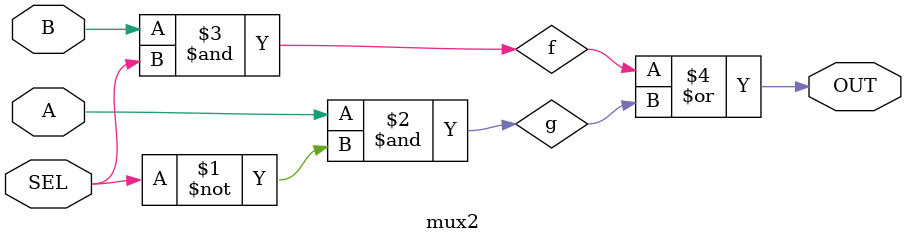
<source format=v>
`timescale 1ns/10ps
module mux2(A, B, SEL, OUT);

    input A, B, SEL;
    output OUT;

    and (g, A, ~SEL);
    and (f, B, SEL);
    or (OUT, f, g);

endmodule
</source>
